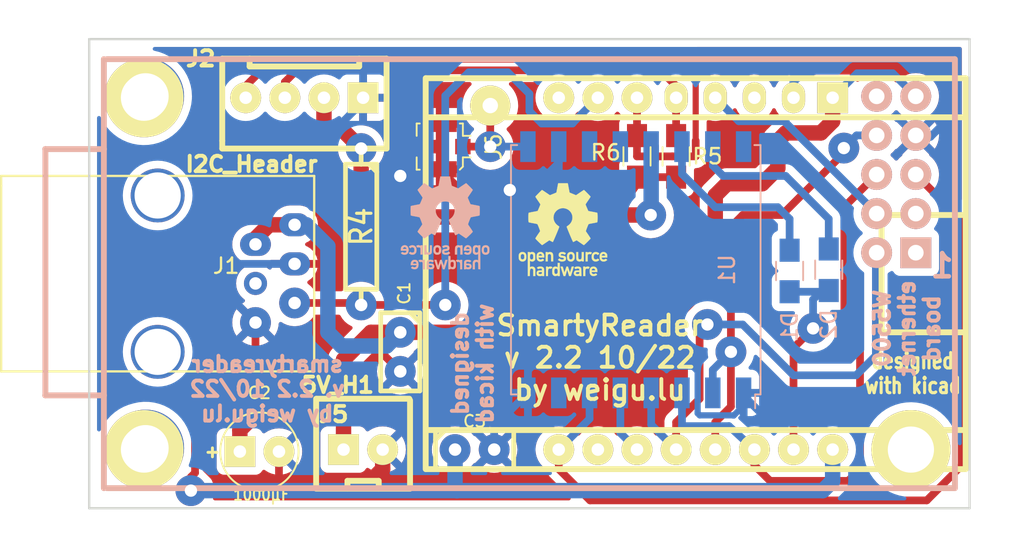
<source format=kicad_pcb>
(kicad_pcb (version 20211014) (generator pcbnew)
  (layers (0 "F.Cu" signal) (31 "B.Cu" signal) (34 "B.Paste" user) (35 "F.Paste" user) (36 "B.SilkS" user "B.Silkscreen") (37 "F.SilkS" user "F.Silkscreen") (38 "B.Mask" user) (39 "F.Mask" user) (44 "Edge.Cuts" user))
  (net 0 "")
  (net 1 "Net-(J1-Pad5)")
  (net 2 "Net-(J2-Pad3)")
  (net 4 "Net-(J3-Pad4)")
  (net 5 "Net-(J3-Pad5)")
  (net 6 "Net-(J3-Pad6)")
  (net 7 "~")
  (net 8 "Net-(J6-Pad1)")
  (net 9 "Net-(U1-Pad5)")
  (net 10 "+5V")
  (net 11 "+3.3V")
  (net 12 "Net-(D1-Pad2)")
  (net 13 "Net-(D1-Pad1)")
  (net 14 "Net-(D2-Pad1)")
  (net 25 "Net-(J3-Pad2)")
  (net 26 "Net-(J3-Pad8)")
  (net 27 "Net-(J2-Pad4)")
  (footprint "weigu:WC1" (layer "F.Cu") (at 120.523 124.46 -90)
    (fp_text reference "C1" (at -3.81 -0.254 90) (layer "F.SilkS") (effects (font (size 0.75946 0.75946) (thickness 0.127))))
    (fp_text value "100nF" hide)
    (pad "1" thru_hole circle locked (at -1.27 0 270) (size 1.99898 1.99898) (drill 0.8128) (layers *.Cu *.Mask) (net 10 "+5V"))
    (pad "2" thru_hole circle locked (at 1.27 0 270) (size 1.99898 1.99898) (drill 0.8128) (layers *.Cu *.Mask) (net 7 "~"))
  )
  (footprint "weigu:WRJ12" (layer "F.Cu") (at 113.665 116.205 -90)
    (fp_text reference "J1" (at 2.667 4.445) (layer "F.SilkS"))
    (fp_text value "Smartmeter RJ12")
    (pad "1" thru_hole oval locked (at 0 0 270) (size 1.5 2) (drill 0.81) (layers *.Cu *.Mask) (net 10 "+5V"))
    (pad "2" thru_hole oval locked (at 1.27 2.54 270) (size 1.5 2) (drill 0.81) (layers *.Cu *.Mask) (net 10 "+5V"))
    (pad "3" thru_hole oval locked (at 2.54 0 270) (size 1.5 2) (drill 0.81) (layers *.Cu *.Mask) (net 7 "~"))
    (pad "4" thru_hole circle locked (at 3.81 2.54 270) (size 1.5 1.5) (drill 0.81) (layers *.Cu *.Mask))
    (pad "5" thru_hole circle locked (at 5.08 0 270) (size 2 2) (drill 0.81) (layers *.Cu *.Mask) (net 1 "Net-(J1-Pad5)"))
    (pad "6" thru_hole circle locked (at 6.35 2.54 270) (size 2 2) (drill 0.81) (layers *.Cu *.Mask) (net 7 "~"))
    (pad "7" thru_hole circle locked (at -1.905 8.89 270) (size 3.5 3.5) (drill 3) (layers *.Cu *.Mask))
    (pad "8" thru_hole circle locked (at 8.255 8.89 270) (size 3.5 3.5) (drill 3) (layers *.Cu *.Mask))
  )
  (footprint "weigu:WSIL4_SL" (layer "F.Cu") (at 114.3 107.95 180)
    (fp_text reference "J2" (at 6.731 2.54 180) (layer "F.SilkS") (effects (font (size 1.00076 1.08712) (thickness 0.25019))))
    (fp_text value "I2C_Header" (at 3.429 -4.318 180) (layer "F.SilkS") (effects (font (size 1.00076 1.016) (thickness 0.25019))))
    (pad "1" thru_hole rect locked (at -3.81 0 180) (size 1.99898 1.99898) (drill 0.8128) (layers *.Cu *.Mask "F.SilkS") (net 7 "~"))
    (pad "2" thru_hole circle locked (at -1.27 0 180) (size 1.99898 1.99898) (drill 0.8128) (layers *.Cu *.Mask "F.SilkS") (net 11 "+3.3V"))
    (pad "3" thru_hole circle locked (at 1.27 0 180) (size 1.99898 1.99898) (drill 0.8128) (layers *.Cu *.Mask "F.SilkS") (net 2 "Net-(J2-Pad3)"))
    (pad "4" thru_hole circle locked (at 3.81 0 180) (size 1.99898 1.99898) (drill 0.8128) (layers *.Cu *.Mask "F.SilkS") (net 27 "Net-(J2-Pad4)"))
  )
  (footprint "weigu:WSIL2_SL" (layer "F.Cu") (at 118.11 130.81)
    (fp_text reference "J5" (at -1.905 -2.286) (layer "F.SilkS") (effects (font (size 1.00076 1.08712) (thickness 0.25019))))
    (fp_text value "5V_H1" (at -1.651 -4.191) (layer "F.SilkS") (effects (font (size 1.00076 1.016) (thickness 0.25019))))
    (pad "1" thru_hole rect locked (at -1.27 0) (size 1.99898 1.99898) (drill 0.8128) (layers *.Cu *.Mask "F.SilkS") (net 10 "+5V"))
    (pad "2" thru_hole circle locked (at 1.27 0) (size 1.99898 1.99898) (drill 0.8128) (layers *.Cu *.Mask "F.SilkS") (net 7 "~"))
  )
  (footprint "weigu:WR4" (layer "F.Cu") (at 117.983 116.332 -90)
    (fp_text reference "R4" (at 0 0 90) (layer "F.SilkS") (effects (font (size 1.397 1.27) (thickness 0.2032))))
    (fp_text value "10k" hide)
    (pad "1" thru_hole circle locked (at -5.08 0 270) (size 1.99898 1.99898) (drill 0.8128) (layers *.Cu *.Mask) (net 11 "+3.3V"))
    (pad "2" thru_hole circle locked (at 5.08 0 270) (size 1.99898 1.99898) (drill 0.8128) (layers *.Cu *.Mask) (net 1 "Net-(J1-Pad5)"))
  )
  (footprint "weigu:W0805" (layer "F.Cu") (at 138.43 111.76 90)
    (fp_text reference "R5" hide)
    (fp_text value "1.8k" hide)
    (fp_text user "${REFERENCE}" (at 0 2.032 180) (layer "F.SilkS"))
    (pad "1" smd rect locked (at -1.35 0 90) (size 1.5 1.3) (layers "F.Cu" "F.Paste" "F.Mask") (net 11 "+3.3V"))
    (pad "2" smd rect locked (at 1.35 0 90) (size 1.5 1.3) (layers "F.Cu" "F.Paste" "F.Mask") (net 2 "Net-(J2-Pad3)"))
  )
  (footprint "weigu:WWEMOSD1" (layer "F.Cu") (at 139.7 119.38 180)
    (fp_text reference "W1" hide)
    (fp_text value "ESP8266_LOLIN_D1_mini" hide)
    (pad "1" thru_hole rect locked (at -8.89 11.43 180) (size 1.99898 1.99898) (drill 0.8128) (layers *.Cu *.Mask "F.SilkS") (net 10 "+5V"))
    (pad "2" thru_hole oval locked (at -6.35 11.43 180) (size 1.5 1.99898) (drill 0.8128) (layers *.Cu *.Mask "F.SilkS") (net 7 "~"))
    (pad "3" thru_hole oval locked (at -3.81 11.43 180) (size 1.5 1.99898) (drill 0.8128) (layers *.Cu *.Mask "F.SilkS"))
    (pad "4" thru_hole oval locked (at -1.27 11.43 180) (size 1.5 1.99898) (drill 0.8128) (layers *.Cu *.Mask "F.SilkS") (net 4 "Net-(J3-Pad4)"))
    (pad "5" thru_hole oval locked (at 1.27 11.43 180) (size 1.5 1.99898) (drill 0.8128) (layers *.Cu *.Mask "F.SilkS") (net 2 "Net-(J2-Pad3)"))
    (pad "6" thru_hole circle locked (at 3.81 11.43 180) (size 1.99898 1.99898) (drill 0.8128) (layers *.Cu *.Mask "F.SilkS") (net 27 "Net-(J2-Pad4)"))
    (pad "7" thru_hole circle locked (at 6.35 11.43 180) (size 1.99898 1.99898) (drill 0.8128) (layers *.Cu *.Mask "F.SilkS") (net 1 "Net-(J1-Pad5)"))
    (pad "8" thru_hole circle locked (at 8.89 11.43 180) (size 1.99898 1.99898) (drill 0.8128) (layers *.Cu *.Mask "F.SilkS"))
    (pad "9" thru_hole circle locked (at 8.89 -11.43 180) (size 1.99898 1.99898) (drill 0.8128) (layers *.Cu *.Mask "F.SilkS") (net 5 "Net-(J3-Pad5)"))
    (pad "10" thru_hole circle locked (at 6.35 -11.43 180) (size 1.99898 1.99898) (drill 0.8128) (layers *.Cu *.Mask "F.SilkS"))
    (pad "11" thru_hole circle locked (at 3.81 -11.43 180) (size 1.99898 1.99898) (drill 0.8128) (layers *.Cu *.Mask "F.SilkS") (net 9 "Net-(U1-Pad5)"))
    (pad "12" thru_hole circle locked (at 1.27 -11.43 180) (size 1.99898 1.99898) (drill 0.8128) (layers *.Cu *.Mask "F.SilkS") (net 25 "Net-(J3-Pad2)"))
    (pad "13" thru_hole circle locked (at -1.27 -11.43 180) (size 1.99898 1.99898) (drill 0.8128) (layers *.Cu *.Mask "F.SilkS") (net 26 "Net-(J3-Pad8)"))
    (pad "14" thru_hole circle locked (at -3.81 -11.43 180) (size 1.99898 1.99898) (drill 0.8128) (layers *.Cu *.Mask "F.SilkS") (net 6 "Net-(J3-Pad6)"))
    (pad "15" thru_hole circle locked (at -6.35 -11.43 180) (size 1.99898 1.99898) (drill 0.8128) (layers *.Cu *.Mask "F.SilkS") (net 12 "Net-(D1-Pad2)"))
    (pad "16" thru_hole circle locked (at -8.89 -11.43 180) (size 1.99898 1.99898) (drill 0.8128) (layers *.Cu *.Mask "F.SilkS") (net 11 "+3.3V"))
  )
  (footprint "weigu:WC1" (layer "F.Cu") (at 125.349 130.81)
    (fp_text reference "C3" (at 0 -1.8415) (layer "F.SilkS") (effects (font (size 0.75946 0.75946) (thickness 0.127))))
    (fp_text value "100nF" hide)
    (pad "1" thru_hole circle locked (at -1.27 0) (size 1.99898 1.99898) (drill 0.8128) (layers *.Cu *.Mask) (net 11 "+3.3V"))
    (pad "2" thru_hole circle locked (at 1.27 0) (size 1.99898 1.99898) (drill 0.8128) (layers *.Cu *.Mask) (net 7 "~"))
  )
  (footprint "Connector_Coaxial:U.FL_Molex_MCRF_73412-0110_Vertical" (layer "F.Cu") (at 123.087 111.125 90)
    (fp_text reference "J6" (at 0 3.5 90) (layer "F.SilkS"))
    (fp_text value "Coax")
    (pad "1" smd rect locked (at 0 1.5 90) (size 1 1) (layers "F.Cu" "F.Paste" "F.Mask") (net 8 "Net-(J6-Pad1)"))
    (pad "2" smd rect locked (at 1.475 0 90) (size 1.05 2.2) (layers "F.Cu" "F.Paste" "F.Mask") (net 7 "~"))
    (pad "2" smd rect locked (at -1.475 0 90) (size 1.05 2.2) (layers "F.Cu" "F.Paste" "F.Mask") (net 7 "~"))
    (pad "2" smd rect locked (at 0 -1.5 90) (size 1 1) (layers "F.Cu" "F.Paste" "F.Mask") (net 7 "~"))
  )
  (footprint "weigu:W0805" (layer "F.Cu") (at 135.89 111.76 90)
    (fp_text reference "R6" hide)
    (fp_text value "1.8k" hide)
    (fp_text user "${REFERENCE}" (at 0.254 -2.032) (layer "F.SilkS"))
    (pad "1" smd rect locked (at -1.35 0 90) (size 1.5 1.3) (layers "F.Cu" "F.Paste" "F.Mask") (net 11 "+3.3V"))
    (pad "2" smd rect locked (at 1.35 0 90) (size 1.5 1.3) (layers "F.Cu" "F.Paste" "F.Mask") (net 27 "Net-(J2-Pad4)"))
  )
  (footprint "weigu:WPin_1mm" (layer "F.Cu") (at 126.365 108.458)
    (fp_text reference "J7" hide)
    (fp_text value "ANT" hide)
    (pad "1" thru_hole circle locked (at 0 0) (size 2.6 2.6) (drill 1) (layers *.Cu *.Mask "F.SilkS") (net 8 "Net-(J6-Pad1)"))
  )
  (footprint "weigu:WC1V" (layer "F.Cu") (at 111.379 130.937)
    (fp_text reference "C2" (at 0 -3.81) (layer "F.SilkS") (effects (font (size 0.762 0.762) (thickness 0.127))))
    (fp_text value "1000µF" (at 0.127 2.794) (layer "F.SilkS") (effects (font (size 0.762 0.635) (thickness 0.127))))
    (fp_text user "+" (at -3.048 0) (layer "F.SilkS") (effects (font (size 0.762 0.762) (thickness 0.1905))))
    (pad "1" thru_hole rect locked (at -1.27 0) (size 1.99898 1.99898) (drill 0.8128) (layers *.Cu *.Mask "F.SilkS") (net 10 "+5V"))
    (pad "2" thru_hole circle locked (at 1.27 0) (size 1.99898 1.99898) (drill 0.8128) (layers *.Cu *.Mask "F.SilkS") (net 7 "~"))
  )
  (footprint "weigu:WPin_3mm" (layer "F.Cu") (at 103.886 107.95)
    (fp_text reference "H1" hide)
    (fp_text value "WMHole" hide)
    (pad "1" thru_hole circle locked (at 0 0) (size 5.12826 5.12826) (drill 2.99974) (layers *.Cu *.Mask "F.SilkS"))
  )
  (footprint "weigu:WPin_3mm" (layer "F.Cu") (at 153.67 130.81)
    (fp_text reference "H2" hide)
    (fp_text value "WMHole" hide)
    (pad "1" thru_hole circle locked (at 0 0) (size 5.12826 5.12826) (drill 2.99974) (layers *.Cu *.Mask "F.SilkS"))
  )
  (footprint "Symbol:OSHW-Logo_5.7x6mm_SilkScreen" (layer "F.Cu") (at 131.079037 116.518694)
    (fp_text reference "LOGO?2" hide)
    (fp_text value "Open_Hardware_Logo" hide)
  )
  (footprint "weigu:WPin_3mm" (layer "F.Cu") (at 103.886 130.81)
    (fp_text reference "H3" hide)
    (fp_text value "WMHole" hide)
    (pad "1" thru_hole circle locked (at 0 0) (size 5.12826 5.12826) (drill 2.99974) (layers *.Cu *.Mask "F.SilkS"))
  )
  (footprint "RF_Module:HOPERF_RFM9XW_SMD" (layer "B.Cu") (at 135.81 119.126 90)
    (fp_text reference "U1" (at 0 5.922 270) (layer "B.SilkS") (effects (justify mirror)))
    (fp_text value "RFM95W")
    (pad "1" smd rect locked (at -8 7 90) (size 2 1) (layers "B.Cu" "B.Paste" "B.Mask") (net 7 "~"))
    (pad "2" smd rect locked (at -8 5 90) (size 2 1) (layers "B.Cu" "B.Paste" "B.Mask") (net 26 "Net-(J3-Pad8)"))
    (pad "3" smd rect locked (at -8 3 90) (size 2 1) (layers "B.Cu" "B.Paste" "B.Mask") (net 6 "Net-(J3-Pad6)"))
    (pad "4" smd rect locked (at -8 1 90) (size 2 1) (layers "B.Cu" "B.Paste" "B.Mask") (net 25 "Net-(J3-Pad2)"))
    (pad "5" smd rect locked (at -8 -1 90) (size 2 1) (layers "B.Cu" "B.Paste" "B.Mask") (net 9 "Net-(U1-Pad5)"))
    (pad "6" smd rect locked (at -8 -3 90) (size 2 1) (layers "B.Cu" "B.Paste" "B.Mask") (net 5 "Net-(J3-Pad5)"))
    (pad "7" smd rect locked (at -8 -5 90) (size 2 1) (layers "B.Cu" "B.Paste" "B.Mask"))
    (pad "8" smd rect locked (at -8 -7 90) (size 2 1) (layers "B.Cu" "B.Paste" "B.Mask") (net 7 "~"))
    (pad "9" smd rect locked (at 8 -7 90) (size 2 1) (layers "B.Cu" "B.Paste" "B.Mask") (net 8 "Net-(J6-Pad1)"))
    (pad "10" smd rect locked (at 8 -5 90) (size 2 1) (layers "B.Cu" "B.Paste" "B.Mask") (net 7 "~"))
    (pad "11" smd rect locked (at 8 -3 90) (size 2 1) (layers "B.Cu" "B.Paste" "B.Mask"))
    (pad "12" smd rect locked (at 8 -1 90) (size 2 1) (layers "B.Cu" "B.Paste" "B.Mask"))
    (pad "13" smd rect locked (at 8 1 90) (size 2 1) (layers "B.Cu" "B.Paste" "B.Mask") (net 11 "+3.3V"))
    (pad "14" smd rect locked (at 8 3 90) (size 2 1) (layers "B.Cu" "B.Paste" "B.Mask") (net 13 "Net-(D1-Pad1)"))
    (pad "15" smd rect locked (at 8 5 90) (size 2 1) (layers "B.Cu" "B.Paste" "B.Mask") (net 14 "Net-(D2-Pad1)"))
    (pad "16" smd rect locked (at 8 7 90) (size 2 1) (layers "B.Cu" "B.Paste" "B.Mask"))
  )
  (footprint "weigu:W0805" (layer "B.Cu") (at 145.796 119.206 -90)
    (fp_text reference "D1" (at 3.636 0 -90) (layer "B.SilkS") (effects (justify mirror)))
    (fp_text value "1N4148")
    (pad "1" smd rect locked (at -1.35 0 270) (size 1.5 1.3) (layers "B.Cu" "B.Paste" "B.Mask") (net 13 "Net-(D1-Pad1)"))
    (pad "2" smd rect locked (at 1.35 0 270) (size 1.5 1.3) (layers "B.Cu" "B.Paste" "B.Mask") (net 12 "Net-(D1-Pad2)"))
  )
  (footprint "weigu:W0805" (layer "B.Cu") (at 148.336 119.126 -90)
    (fp_text reference "D2" (at 3.556 0 -90) (layer "B.SilkS") (effects (justify mirror)))
    (fp_text value "1N4148")
    (pad "1" smd rect locked (at -1.35 0 270) (size 1.5 1.3) (layers "B.Cu" "B.Paste" "B.Mask") (net 14 "Net-(D2-Pad1)"))
    (pad "2" smd rect locked (at 1.35 0 270) (size 1.5 1.3) (layers "B.Cu" "B.Paste" "B.Mask") (net 12 "Net-(D1-Pad2)"))
  )
  (footprint "Symbol:OSHW-Logo_5.7x6mm_SilkScreen" (layer "B.Cu") (at 123.444 116.078 180)
    (fp_text reference "LOGO?1" hide)
    (fp_text value "Open_Hardware_Logo" hide)
  )
  (footprint "weigu:WW5500" (layer "B.Cu") (at 153.9875 118.0175 180)
    (fp_text reference "J3" hide)
    (fp_text value "W5500_2x5" hide)
    (pad "" thru_hole circle locked (at 50 -12.7 180) (size 5 5) (drill 3) (layers *.Cu *.Mask))
    (pad "" thru_hole circle locked (at 50 10.16 180) (size 5 5) (drill 3) (layers *.Cu *.Mask))
    (pad "1" thru_hole rect locked (at 0 0 180) (size 1.99898 1.99898) (drill 1.016) (layers *.Cu *.Mask "B.SilkS"))
    (pad "2" thru_hole circle locked (at 2.54 0 180) (size 1.99898 1.99898) (drill 1.016) (layers *.Cu *.Mask "B.SilkS") (net 25 "Net-(J3-Pad2)"))
    (pad "3" thru_hole circle locked (at 0 2.54 180) (size 1.99898 1.99898) (drill 1.016) (layers *.Cu *.Mask "B.SilkS"))
    (pad "4" thru_hole circle locked (at 2.54 2.54 180) (size 1.99898 1.99898) (drill 1.016) (layers *.Cu *.Mask "B.SilkS") (net 4 "Net-(J3-Pad4)"))
    (pad "5" thru_hole circle locked (at 0 5.08 180) (size 1.99898 1.99898) (drill 1.016) (layers *.Cu *.Mask "B.SilkS") (net 5 "Net-(J3-Pad5)"))
    (pad "6" thru_hole circle locked (at 2.54 5.08 180) (size 1.99898 1.99898) (drill 1.016) (layers *.Cu *.Mask "B.SilkS") (net 6 "Net-(J3-Pad6)"))
    (pad "7" thru_hole circle locked (at 0 7.62 180) (size 1.99898 1.99898) (drill 1.016) (layers *.Cu *.Mask "B.SilkS") (net 7 "~"))
    (pad "8" thru_hole circle locked (at 2.54 7.62 180) (size 1.99898 1.99898) (drill 1.016) (layers *.Cu *.Mask "B.SilkS") (net 26 "Net-(J3-Pad8)"))
    (pad "9" thru_hole circle locked (at 0 10.16 180) (size 1.99898 1.99898) (drill 1.016) (layers *.Cu *.Mask "B.SilkS") (net 10 "+5V"))
    (pad "10" thru_hole circle locked (at 2.54 10.16 180) (size 1.99898 1.99898) (drill 1.016) (layers *.Cu *.Mask "B.SilkS"))
  )
  (gr_line (start 100.33 134.62) (end 100.33 104.14) (layer "Edge.Cuts") (width 0.15))
  (gr_line (start 100.33 104.14) (end 157.48 104.14) (layer "Edge.Cuts") (width 0.15))
  (gr_line (start 157.48 104.14) (end 157.48 134.62) (layer "Edge.Cuts") (width 0.15))
  (gr_line (start 157.48 134.62) (end 100.33 134.62) (layer "Edge.Cuts") (width 0.15))
  (gr_text "smartyreader\nv. 2.2 10/22\nby weigu.lu" (at 111.887 126.873) (layer "B.SilkS") (effects (font (size 1 1) (thickness 0.25)) (justify mirror)))
  (gr_text "designed\nwith kicad" (at 125.222 125.222 90) (layer "B.SilkS") (effects (font (size 1 1) (thickness 0.25)) (justify mirror)))
  (gr_text "W5500\nethernet\nboard" (at 153.416 122.936 90) (layer "B.SilkS") (effects (font (size 1 1) (thickness 0.25)) (justify mirror)))
  (gr_text "1" (at 155.702 118.872) (layer "B.SilkS") (effects (font (size 1.5 1.5) (thickness 0.3)) (justify mirror)))
  (gr_text "designed\nwith kicad" (at 153.797 125.857) (layer "F.SilkS") (effects (font (size 1 0.8) (thickness 0.2))))
  (gr_text "SmartyReader\nv 2.2 10/22\nby weigu.lu" (at 133.477 124.841) (layer "F.SilkS") (effects (font (size 1.3 1.3) (thickness 0.25))))
  (segment (start 113.665 121.285) (end 117.856 121.285) (width 0.5) (layer "F.Cu") (net 1))
  (segment (start 117.983 121.412) (end 123.444 121.412) (width 0.5) (layer "F.Cu") (net 1))
  (segment (start 117.856 121.285) (end 117.983 121.412) (width 0.5) (layer "F.Cu") (net 1))
  (via (at 123.444 121.412) (size 2) (drill 0.8) (layers "F.Cu" "B.Cu") (net 1))
  (segment (start 123.444 107.823) (end 124.968 106.299) (width 0.5) (layer "B.Cu") (net 1))
  (segment (start 128.905 108.820998) (end 129.710001 109.625999) (width 0.5) (layer "B.Cu") (net 1))
  (segment (start 129.710001 109.625999) (end 131.699 109.625999) (width 0.5) (layer "B.Cu") (net 1))
  (segment (start 127.508 106.299) (end 128.905 107.696) (width 0.5) (layer "B.Cu") (net 1))
  (segment (start 128.905 107.696) (end 128.905 108.820998) (width 0.5) (layer "B.Cu") (net 1))
  (segment (start 124.968 106.299) (end 127.508 106.299) (width 0.5) (layer "B.Cu") (net 1))
  (segment (start 123.444 117.983) (end 123.444 107.823) (width 0.5) (layer "B.Cu") (net 1))
  (segment (start 131.699 109.625999) (end 131.909999 109.390001) (width 0.5) (layer "B.Cu") (net 1))
  (segment (start 131.909999 109.390001) (end 133.35 107.95) (width 0.5) (layer "B.Cu") (net 1))
  (segment (start 123.444 117.983) (end 123.444 121.412) (width 0.5) (layer "B.Cu") (net 1))
  (segment (start 113.03 106.934) (end 113.792 106.172) (width 0.5) (layer "F.Cu") (net 2))
  (segment (start 113.792 106.172) (end 137.414 106.172) (width 0.5) (layer "F.Cu") (net 2))
  (segment (start 137.414 106.172) (end 138.43 107.188) (width 0.5) (layer "F.Cu") (net 2))
  (segment (start 138.43 107.188) (end 138.43 107.95) (width 0.5) (layer "F.Cu") (net 2))
  (segment (start 113.03 107.95) (end 113.03 106.934) (width 0.5) (layer "F.Cu") (net 2))
  (segment (start 138.43 110.41) (end 138.43 107.95) (width 0.5) (layer "F.Cu") (net 2))
  (segment (start 142.494 109.474) (end 145.542 109.474) (width 0.5) (layer "B.Cu") (net 4))
  (segment (start 145.542 109.474) (end 145.542 109.572) (width 0.5) (layer "B.Cu") (net 4))
  (segment (start 145.542 109.572) (end 151.4475 115.4775) (width 0.5) (layer "B.Cu") (net 4))
  (segment (start 140.97 107.95) (end 142.494 109.474) (width 0.5) (layer "B.Cu") (net 4))
  (segment (start 130.81 132.08) (end 132.842 134.112) (width 0.5) (layer "F.Cu") (net 5))
  (segment (start 156.972 131.840644) (end 156.972 115.922) (width 0.5) (layer "F.Cu") (net 5))
  (segment (start 130.81 130.81) (end 130.81 132.08) (width 0.5) (layer "F.Cu") (net 5))
  (segment (start 156.972 115.922) (end 153.9875 112.9375) (width 0.5) (layer "F.Cu") (net 5))
  (segment (start 154.700644 134.112) (end 156.972 131.840644) (width 0.5) (layer "F.Cu") (net 5))
  (segment (start 132.842 134.112) (end 154.700644 134.112) (width 0.5) (layer "F.Cu") (net 5))
  (segment (start 130.81 130.81) (end 132.81 128.81) (width 0.5) (layer "B.Cu") (net 5))
  (segment (start 132.81 128.81) (end 132.81 127.126) (width 0.5) (layer "B.Cu") (net 5))
  (segment (start 132.81 126.725998) (end 132.81 127.126) (width 0.5) (layer "B.Cu") (net 5))
  (segment (start 150.368 123.444) (end 149.352 122.428) (width 0.5) (layer "F.Cu") (net 6))
  (segment (start 144.526 132.842) (end 149.606 132.842) (width 0.5) (layer "F.Cu") (net 6))
  (segment (start 143.51 130.81) (end 143.51 130.302) (width 0.5) (layer "F.Cu") (net 6))
  (segment (start 149.606 132.842) (end 150.368 132.08) (width 0.5) (layer "F.Cu") (net 6))
  (segment (start 149.352 122.428) (end 149.352 115.033) (width 0.5) (layer "F.Cu") (net 6))
  (segment (start 149.352 115.033) (end 151.4475 112.9375) (width 0.5) (layer "F.Cu") (net 6))
  (segment (start 143.51 130.81) (end 143.51 131.826) (width 0.5) (layer "F.Cu") (net 6))
  (segment (start 143.51 131.826) (end 144.526 132.842) (width 0.5) (layer "F.Cu") (net 6))
  (segment (start 150.368 132.08) (end 150.368 123.444) (width 0.5) (layer "F.Cu") (net 6))
  (segment (start 138.81 128.142) (end 138.811 129.286) (width 0.5) (layer "B.Cu") (net 6))
  (segment (start 138.81 127.126) (end 138.81 128.142) (width 0.5) (layer "B.Cu") (net 6))
  (segment (start 138.811 129.286) (end 141.859 129.286) (width 0.5) (layer "B.Cu") (net 6))
  (segment (start 141.859 129.286) (end 143.51 130.81) (width 0.5) (layer "B.Cu") (net 6))
  (segment (start 107.95 132.08) (end 109.22 133.35) (width 0.5) (layer "F.Cu") (net 7))
  (segment (start 121.587 109.934) (end 121.871 109.65) (width 0.5) (layer "F.Cu") (net 7))
  (segment (start 120.523 113.03) (end 120.523 112.189) (width 0.5) (layer "F.Cu") (net 7))
  (segment (start 119.38 132.08) (end 119.38 130.81) (width 1) (layer "F.Cu") (net 7))
  (segment (start 121.587 112.062) (end 122.125 112.6) (width 0.5) (layer "F.Cu") (net 7))
  (segment (start 123.087 112.6) (end 124.434 113.947) (width 0.5) (layer "F.Cu") (net 7))
  (segment (start 112.649 133.223) (end 112.776 133.35) (width 0.5) (layer "F.Cu") (net 7))
  (segment (start 112.776 133.35) (end 118.11 133.35) (width 1) (layer "F.Cu") (net 7))
  (segment (start 121.871 109.65) (end 123.087 109.65) (width 0.5) (layer "F.Cu") (net 7))
  (segment (start 121.587 111.125) (end 121.587 112.062) (width 0.5) (layer "F.Cu") (net 7))
  (segment (start 111.125 122.555) (end 111.125 126.365) (width 0.5) (layer "F.Cu") (net 7))
  (segment (start 122.125 112.6) (end 123.087 112.6) (width 0.5) (layer "F.Cu") (net 7))
  (segment (start 120.523 112.189) (end 121.587 111.125) (width 0.5) (layer "F.Cu") (net 7))
  (segment (start 111.125 126.365) (end 107.95 129.54) (width 0.5) (layer "F.Cu") (net 7))
  (segment (start 109.22 133.35) (end 112.776 133.35) (width 0.5) (layer "F.Cu") (net 7))
  (segment (start 124.434 113.947) (end 127.635 113.947) (width 0.5) (layer "F.Cu") (net 7))
  (segment (start 112.649 130.937) (end 112.649 133.223) (width 0.5) (layer "F.Cu") (net 7))
  (segment (start 107.95 129.54) (end 107.95 132.08) (width 0.5) (layer "F.Cu") (net 7))
  (segment (start 118.11 133.35) (end 119.38 132.08) (width 1) (layer "F.Cu") (net 7))
  (segment (start 121.587 111.125) (end 121.587 109.934) (width 0.5) (layer "F.Cu") (net 7))
  (via (at 127.635 113.947) (size 2) (drill 0.8) (layers "F.Cu" "B.Cu") (net 7))
  (via (at 120.523 113.03) (size 2) (drill 0.8) (layers "F.Cu" "B.Cu") (net 7))
  (segment (start 119.634 115.316) (end 119.38 115.062) (width 0.5) (layer "B.Cu") (net 7))
  (segment (start 119.38 115.062) (end 114.808 115.062) (width 0.5) (layer "B.Cu") (net 7))
  (segment (start 114.808 115.062) (end 113.792 114.046) (width 0.5) (layer "B.Cu") (net 7))
  (segment (start 113.792 114.046) (end 113.284 114.046) (width 0.5) (layer "B.Cu") (net 7))
  (segment (start 110.49 114.046) (end 109.22 115.316) (width 0.5) (layer "B.Cu") (net 7))
  (segment (start 109.22 115.316) (end 109.22 118.872) (width 0.5) (layer "B.Cu") (net 7))
  (segment (start 109.22 120.65) (end 111.125 122.555) (width 0.5) (layer "B.Cu") (net 7))
  (segment (start 118.11 108.204) (end 113.284 113.03) (width 0.5) (layer "B.Cu") (net 7))
  (segment (start 113.284 113.03) (end 113.284 114.046) (width 0.5) (layer "B.Cu") (net 7))
  (segment (start 113.284 114.046) (end 110.49 114.046) (width 0.5) (layer "B.Cu") (net 7))
  (segment (start 109.347 118.745) (end 109.22 118.872) (width 0.5) (layer "B.Cu") (net 7))
  (segment (start 109.22 118.872) (end 109.22 120.65) (width 0.5) (layer "B.Cu") (net 7))
  (segment (start 127.079 128.857) (end 128.81 127.126) (width 0.5) (layer "B.Cu") (net 7))
  (segment (start 121.666 128.524) (end 126.746 128.524) (width 0.5) (layer "B.Cu") (net 7))
  (segment (start 126.619 130.81) (end 126.619 129.317) (width 0.5) (layer "B.Cu") (net 7))
  (segment (start 118.11 107.95) (end 118.11 108.204) (width 0.5) (layer "B.Cu") (net 7))
  (segment (start 139.827 128.453002) (end 139.827 125.73) (width 0.4) (layer "B.Cu") (net 7))
  (segment (start 149.710982 128.778) (end 152.146 125.73) (width 0.5) (layer "B.Cu") (net 7))
  (segment (start 126.619 129.317) (end 127.079 128.857) (width 0.5) (layer "B.Cu") (net 7))
  (segment (start 113.665 118.745) (end 109.347 118.745) (width 0.5) (layer "B.Cu") (net 7))
  (segment (start 142.81 127.126) (end 142.81 127.954) (width 0.4) (layer "B.Cu") (net 7))
  (segment (start 144.272 128.778) (end 149.710982 128.778) (width 0.5) (layer "B.Cu") (net 7))
  (segment (start 121.666 128.524) (end 121.666 126.873) (width 0.5) (layer "B.Cu") (net 7))
  (segment (start 129.187 125.349) (end 128.81 125.726) (width 0.4) (layer "B.Cu") (net 7))
  (segment (start 121.666 126.873) (end 120.523 125.73) (width 0.5) (layer "B.Cu") (net 7))
  (segment (start 147.574 105.41) (end 154.94 105.41) (width 0.5) (layer "B.Cu") (net 7))
  (segment (start 154.94 110.49) (end 154.08 110.49) (width 0.5) (layer "B.Cu") (net 7))
  (segment (start 154.94 105.41) (end 156.21 106.68) (width 0.5) (layer "B.Cu") (net 7))
  (segment (start 156.21 109.22) (end 154.94 110.49) (width 0.5) (layer "B.Cu") (net 7))
  (segment (start 156.21 106.68) (end 156.21 109.22) (width 0.5) (layer "B.Cu") (net 7))
  (segment (start 156.21 120.396) (end 156.21 109.22) (width 0.5) (layer "B.Cu") (net 7))
  (segment (start 146.05 107.95) (end 146.05 106.934) (width 0.5) (layer "B.Cu") (net 7))
  (segment (start 146.05 106.934) (end 147.574 105.41) (width 0.5) (layer "B.Cu") (net 7))
  (segment (start 127.635 113.947) (end 129.049213 113.947) (width 0.5) (layer "B.Cu") (net 7))
  (segment (start 142.81 127.126) (end 142.81 127.316) (width 0.5) (layer "B.Cu") (net 7))
  (segment (start 142.81 127.954) (end 142.163481 128.600518) (width 0.4) (layer "B.Cu") (net 7))
  (segment (start 142.163481 128.600518) (end 142.148953 128.58599) (width 0.4) (layer "B.Cu") (net 7))
  (segment (start 152.146 125.73) (end 152.146 124.46) (width 0.5) (layer "B.Cu") (net 7))
  (segment (start 139.959988 128.58599) (end 139.827 128.453002) (width 0.4) (layer "B.Cu") (net 7))
  (segment (start 130.81 112.186213) (end 130.81 111.126) (width 0.5) (layer "B.Cu") (net 7))
  (segment (start 139.827 125.73) (end 139.446 125.349) (width 0.4) (layer "B.Cu") (net 7))
  (segment (start 128.81 125.726) (end 128.81 127.126) (width 0.4) (layer "B.Cu") (net 7))
  (segment (start 119.634 113.919) (end 120.523 113.03) (width 0.5) (layer "B.Cu") (net 7))
  (segment (start 126.746 128.524) (end 127.079 128.857) (width 0.5) (layer "B.Cu") (net 7))
  (segment (start 119.38 130.81) (end 121.666 128.524) (width 0.5) (layer "B.Cu") (net 7))
  (segment (start 142.148953 128.58599) (end 139.959988 128.58599) (width 0.4) (layer "B.Cu") (net 7))
  (segment (start 139.446 125.349) (end 129.187 125.349) (width 0.4) (layer "B.Cu") (net 7))
  (segment (start 154.08 110.49) (end 153.9875 110.3975) (width 0.5) (layer "B.Cu") (net 7))
  (segment (start 129.049213 113.947) (end 130.81 112.186213) (width 0.5) (layer "B.Cu") (net 7))
  (segment (start 119.634 115.316) (end 119.634 113.919) (width 0.5) (layer "B.Cu") (net 7))
  (segment (start 142.81 127.316) (end 144.272 128.778) (width 0.5) (layer "B.Cu") (net 7))
  (segment (start 152.146 124.46) (end 156.21 120.396) (width 0.5) (layer "B.Cu") (net 7))
  (segment (start 126.365 111.125) (end 126.365 108.458) (width 0.5) (layer "F.Cu") (net 8))
  (segment (start 124.587 111.125) (end 126.365 111.125) (width 0.5) (layer "F.Cu") (net 8))
  (via (at 126.365 111.125) (size 2) (drill 0.8) (layers "F.Cu" "B.Cu") (net 8))
  (segment (start 128.809 111.125) (end 128.81 111.126) (width 0.5) (layer "B.Cu") (net 8))
  (segment (start 126.365 111.125) (end 128.809 111.125) (width 0.5) (layer "B.Cu") (net 8))
  (segment (start 134.81 129.73) (end 135.89 130.81) (width 0.5) (layer "B.Cu") (net 9))
  (segment (start 134.81 127.126) (end 134.81 129.73) (width 0.5) (layer "B.Cu") (net 9))
  (segment (start 145.542 110.236) (end 147.828 110.236) (width 1) (layer "F.Cu") (net 10))
  (segment (start 147.828 110.236) (end 148.59 109.474) (width 1) (layer "F.Cu") (net 10))
  (segment (start 141.732 113.538) (end 144.018 113.538) (width 1) (layer "F.Cu") (net 10))
  (segment (start 140.97 114.3) (end 141.732 113.538) (width 1) (layer "F.Cu") (net 10))
  (segment (start 112.268 127.381) (end 116.84 127.381) (width 1) (layer "F.Cu") (net 10))
  (segment (start 140.97 119.38) (end 140.97 114.3) (width 1) (layer "F.Cu") (net 10))
  (segment (start 148.59 109.474) (end 148.59 107.95) (width 1) (layer "F.Cu") (net 10))
  (segment (start 144.018 113.538) (end 145.034 112.522) (width 1) (layer "F.Cu") (net 10))
  (segment (start 116.84 130.81) (end 116.84 127.381) (width 1) (layer "F.Cu") (net 10))
  (segment (start 116.84 130.81) (end 116.84 130.302) (width 1) (layer "F.Cu") (net 10))
  (segment (start 110.109 130.937) (end 110.109 129.54) (width 1) (layer "F.Cu") (net 10))
  (segment (start 116.84 127.381) (end 116.84 124.968) (width 1) (layer "F.Cu") (net 10))
  (segment (start 137.16 123.19) (end 140.97 119.38) (width 1) (layer "F.Cu") (net 10))
  (segment (start 111.125 117.094) (end 112.014 116.205) (width 1) (layer "F.Cu") (net 10))
  (segment (start 145.034 112.522) (end 145.034 110.744) (width 1) (layer "F.Cu") (net 10))
  (segment (start 116.84 124.968) (end 118.618 123.19) (width 1) (layer "F.Cu") (net 10))
  (segment (start 118.618 123.19) (end 120.523 123.19) (width 1) (layer "F.Cu") (net 10))
  (segment (start 145.034 110.744) (end 145.542 110.236) (width 1) (layer "F.Cu") (net 10))
  (segment (start 111.125 117.475) (end 111.125 117.094) (width 1) (layer "F.Cu") (net 10))
  (segment (start 112.014 116.205) (end 113.665 116.205) (width 1) (layer "F.Cu") (net 10))
  (segment (start 120.523 123.19) (end 137.16 123.19) (width 1) (layer "F.Cu") (net 10))
  (segment (start 110.109 129.54) (end 112.268 127.381) (width 1) (layer "F.Cu") (net 10))
  (segment (start 115.824 123.19) (end 115.824 117.602) (width 1) (layer "B.Cu") (net 10))
  (segment (start 152.488499 106.358499) (end 153.9875 107.8575) (width 0.5) (layer "B.Cu") (net 10))
  (segment (start 148.59 107.95) (end 150.181501 106.358499) (width 0.5) (layer "B.Cu") (net 10))
  (segment (start 114.427 116.205) (end 113.665 116.205) (width 1) (layer "B.Cu") (net 10))
  (segment (start 150.181501 106.358499) (end 152.488499 106.358499) (width 0.5) (layer "B.Cu") (net 10))
  (segment (start 116.713 124.079) (end 115.824 123.19) (width 1) (layer "B.Cu") (net 10))
  (segment (start 115.824 117.602) (end 114.427 116.205) (width 1) (layer "B.Cu") (net 10))
  (segment (start 119.634 124.079) (end 120.523 123.19) (width 1) (layer "B.Cu") (net 10))
  (segment (start 116.713 124.079) (end 119.634 124.079) (width 1) (layer "B.Cu") (net 10))
  (segment (start 109.601 111.76) (end 113.792 111.76) (width 1) (layer "F.Cu") (net 11))
  (segment (start 106.934 133.477) (end 107.20048 133.21052) (width 0.5) (layer "F.Cu") (net 11))
  (segment (start 107.787282 126.202282) (end 107.787282 127.670718) (width 1) (layer "F.Cu") (net 11))
  (segment (start 107.20048 132.32152) (end 107.20048 129.01952) (width 0.5) (layer "F.Cu") (net 11))
  (segment (start 106.934 132.588) (end 107.20048 132.32152) (width 0.5) (layer "F.Cu") (net 11))
  (segment (start 136.779 115.57) (end 134.239 115.57) (width 1) (layer "F.Cu") (net 11))
  (segment (start 134.239 115.57) (end 134.112 115.697) (width 1) (layer "F.Cu") (net 11))
  (segment (start 115.57 109.982) (end 115.57 107.95) (width 1) (layer "F.Cu") (net 11))
  (segment (start 135.89 113.11) (end 138.43 113.11) (width 0.5) (layer "F.Cu") (net 11))
  (segment (start 148.59 130.81) (end 149.098 130.81) (width 1) (layer "F.Cu") (net 11))
  (segment (start 107.787282 128.432718) (end 107.787282 127.670718) (width 0.5) (layer "F.Cu") (net 11))
  (segment (start 116.713 109.982) (end 115.57 109.982) (width 1) (layer "F.Cu") (net 11))
  (segment (start 106.934 133.477) (end 106.934 132.588) (width 0.5) (layer "F.Cu") (net 11))
  (segment (start 107.823 113.538) (end 109.601 111.76) (width 1) (layer "F.Cu") (net 11))
  (segment (start 120.396 115.697) (end 134.112 115.697) (width 1) (layer "F.Cu") (net 11))
  (segment (start 117.983 111.252) (end 116.713 109.982) (width 1) (layer "F.Cu") (net 11))
  (segment (start 107.20048 129.01952) (end 107.787282 128.432718) (width 0.5) (layer "F.Cu") (net 11))
  (segment (start 117.983 113.284) (end 120.396 115.697) (width 1) (layer "F.Cu") (net 11))
  (segment (start 148.59 130.81) (end 148.67 130.81) (width 1) (layer "F.Cu") (net 11))
  (segment (start 107.823 123.825) (end 107.823 113.538) (width 1) (layer "F.Cu") (net 11))
  (segment (start 113.792 111.76) (end 115.57 109.982) (width 1) (layer "F.Cu") (net 11))
  (segment (start 107.787282 126.202282) (end 107.823 123.825) (width 1) (layer "F.Cu") (net 11))
  (segment (start 134.112 115.697) (end 135.89 113.11) (width 1) (layer "F.Cu") (net 11))
  (segment (start 117.983 111.252) (end 117.983 113.284) (width 1) (layer "F.Cu") (net 11))
  (via (at 136.779 115.57) (size 2) (drill 0.8) (layers "F.Cu" "B.Cu") (net 11))
  (via (at 106.934 133.477) (size 2) (drill 0.8) (layers "F.Cu" "B.Cu") (net 11))
  (segment (start 148.59 132.842) (end 147.955 133.477) (width 1) (layer "B.Cu") (net 11))
  (segment (start 147.955 133.477) (end 124.206 133.477) (width 1) (layer "B.Cu") (net 11))
  (segment (start 124.079 133.35) (end 124.206 133.477) (width 1) (layer "B.Cu") (net 11))
  (segment (start 124.206 133.477) (end 106.934 133.477) (width 1) (layer "B.Cu") (net 11))
  (segment (start 136.81 115.539) (end 136.779 115.57) (width 1) (layer "B.Cu") (net 11))
  (segment (start 136.81 111.126) (end 136.81 115.539) (width 1) (layer "B.Cu") (net 11))
  (segment (start 124.079 130.81) (end 124.079 133.35) (width 1) (layer "B.Cu") (net 11))
  (segment (start 148.59 130.81) (end 148.59 132.842) (width 1) (layer "B.Cu") (net 11))
  (segment (start 146.05 130.81) (end 146.05 124.206) (width 0.5) (layer "F.Cu") (net 12))
  (segment (start 146.05 124.206) (end 147.32 122.936) (width 0.5) (layer "F.Cu") (net 12))
  (via (at 147.32 122.936) (size 2) (drill 0.8) (layers "F.Cu" "B.Cu") (net 12))
  (segment (start 147.32 121.064) (end 147.574 120.81) (width 0.5) (layer "B.Cu") (net 12))
  (segment (start 148.256 120.556) (end 148.336 120.476) (width 0.5) (layer "B.Cu") (net 12))
  (segment (start 147.32 122.936) (end 147.32 121.064) (width 0.5) (layer "B.Cu") (net 12))
  (segment (start 145.796 120.556) (end 148.256 120.556) (width 0.5) (layer "B.Cu") (net 12))
  (segment (start 138.81 111.126) (end 138.81 112.902) (width 0.5) (layer "B.Cu") (net 13))
  (segment (start 145.542 118.11) (end 145.796 117.856) (width 0.5) (layer "B.Cu") (net 13))
  (segment (start 140.97 115.062) (end 145.034 115.062) (width 0.5) (layer "B.Cu") (net 13))
  (segment (start 145.796 115.824) (end 145.796 117.856) (width 0.5) (layer "B.Cu") (net 13))
  (segment (start 138.81 112.902) (end 140.97 115.062) (width 0.5) (layer "B.Cu") (net 13))
  (segment (start 145.034 115.062) (end 145.796 115.824) (width 0.5) (layer "B.Cu") (net 13))
  (segment (start 148.336 115.824) (end 148.336 117.776) (width 0.5) (layer "B.Cu") (net 14))
  (segment (start 145.542 113.03) (end 148.336 115.824) (width 0.5) (layer "B.Cu") (net 14))
  (segment (start 140.81 111.126) (end 140.81 112.362) (width 0.5) (layer "B.Cu") (net 14))
  (segment (start 141.478 113.03) (end 145.542 113.03) (width 0.5) (layer "B.Cu") (net 14))
  (segment (start 140.81 112.362) (end 141.478 113.03) (width 0.5) (layer "B.Cu") (net 14))
  (segment (start 138.43 129.032) (end 139.954 127.508) (width 0.5) (layer "F.Cu") (net 25))
  (segment (start 139.954 123.19) (end 140.462 122.682) (width 0.5) (layer "F.Cu") (net 25))
  (segment (start 139.954 127.508) (end 139.954 123.19) (width 0.5) (layer "F.Cu") (net 25))
  (segment (start 138.43 130.81) (end 138.43 129.032) (width 0.5) (layer "F.Cu") (net 25))
  (segment (start 138.43 130.81) (end 138.43 131.318) (width 0.5) (layer "F.Cu") (net 25))
  (via (at 140.462 122.682) (size 2) (drill 0.8) (layers "F.Cu" "B.Cu") (net 25))
  (segment (start 151.39648 118.06852) (end 151.4475 118.0175) (width 0.5) (layer "B.Cu") (net 25))
  (segment (start 146.05 125.984) (end 150.114 125.984) (width 0.5) (layer "B.Cu") (net 25))
  (segment (start 136.81 129.19) (end 138.43 130.81) (width 0.5) (layer "B.Cu") (net 25))
  (segment (start 140.462 122.682) (end 142.748 122.682) (width 0.5) (layer "B.Cu") (net 25))
  (segment (start 142.748 122.682) (end 146.05 125.984) (width 0.5) (layer "B.Cu") (net 25))
  (segment (start 151.39648 124.70152) (end 151.39648 118.06852) (width 0.5) (layer "B.Cu") (net 25))
  (segment (start 150.114 125.984) (end 151.39648 124.70152) (width 0.5) (layer "B.Cu") (net 25))
  (segment (start 136.81 127.126) (end 136.81 129.19) (width 0.5) (layer "B.Cu") (net 25))
  (segment (start 149.316459 111.541541) (end 149.316459 111.221709) (width 0.5) (layer "F.Cu") (net 26))
  (segment (start 141.986 124.46) (end 141.986 116.332) (width 0.5) (layer "F.Cu") (net 26))
  (segment (start 145.288 115.57) (end 149.316459 111.541541) (width 0.5) (layer "F.Cu") (net 26))
  (segment (start 141.986 128.016) (end 140.97 129.032) (width 0.5) (layer "F.Cu") (net 26))
  (segment (start 141.986 116.332) (end 142.748 115.57) (width 0.5) (layer "F.Cu") (net 26))
  (segment (start 140.97 129.032) (end 140.97 130.81) (width 0.5) (layer "F.Cu") (net 26))
  (segment (start 141.986 124.46) (end 141.986 128.016) (width 0.5) (layer "F.Cu") (net 26))
  (segment (start 142.748 115.57) (end 145.288 115.57) (width 0.5) (layer "F.Cu") (net 26))
  (via (at 149.316459 111.221709) (size 2) (drill 0.8) (layers "F.Cu" "B.Cu") (net 26))
  (via (at 141.986 124.46) (size 2) (drill 0.8) (layers "F.Cu" "B.Cu") (net 26))
  (segment (start 140.81 127.126) (end 140.81 125.636) (width 0.5) (layer "B.Cu") (net 26))
  (segment (start 150.140668 110.3975) (end 149.316459 111.221709) (width 0.5) (layer "B.Cu") (net 26))
  (segment (start 140.81 125.636) (end 141.986 124.46) (width 0.5) (layer "B.Cu") (net 26))
  (segment (start 151.4475 110.3975) (end 150.140668 110.3975) (width 0.5) (layer "B.Cu") (net 26))
  (segment (start 110.49 107.188) (end 112.256002 105.421998) (width 0.5) (layer "F.Cu") (net 27))
  (segment (start 112.256002 105.421998) (end 139.203998 105.421998) (width 0.5) (layer "F.Cu") (net 27))
  (segment (start 139.203998 105.421998) (end 139.7 105.918) (width 0.5) (layer "F.Cu") (net 27))
  (segment (start 139.7 110.744) (end 139.7 111.76) (width 0.5) (layer "F.Cu") (net 27))
  (segment (start 139.7 111.76) (end 138.176 111.76) (width 0.5) (layer "F.Cu") (net 27))
  (segment (start 138.176 111.76) (end 135.89 111.76) (width 0.5) (layer "F.Cu") (net 27))
  (segment (start 135.89 111.76) (end 135.89 110.41) (width 0.5) (layer "F.Cu") (net 27))
  (segment (start 110.49 107.95) (end 110.49 107.188) (width 0.5) (layer "F.Cu") (net 27))
  (segment (start 135.89 110.41) (end 135.89 107.95) (width 0.5) (layer "F.Cu") (net 27))
  (segment (start 139.7 105.918) (end 139.7 110.744) (width 0.4) (layer "F.Cu") (net 27))
  (zone (net 7) (net_name "~") (layer "F.Cu") (connect_pads (clearance 0.508)) (min_thickness 0.254) (fill yes (thermal_gap 0.508) (thermal_bridge_width 0.508))
    (polygon (pts (xy 98.806 101.6) (xy 160.528 101.854) (xy 161.036 137.922) (xy 94.996 137.668) (xy 97.282 102.87)))
  )
  (zone (net 7) (net_name "~") (layer "B.Cu") (connect_pads (clearance 0.508)) (min_thickness 0.254) (fill yes (thermal_gap 0.508) (thermal_bridge_width 0.508))
    (polygon (pts (xy 99.568 102.87) (xy 159.512 102.87) (xy 159.766 136.398) (xy 97.536 135.89) (xy 97.79 108.712)))
  )
)
</source>
